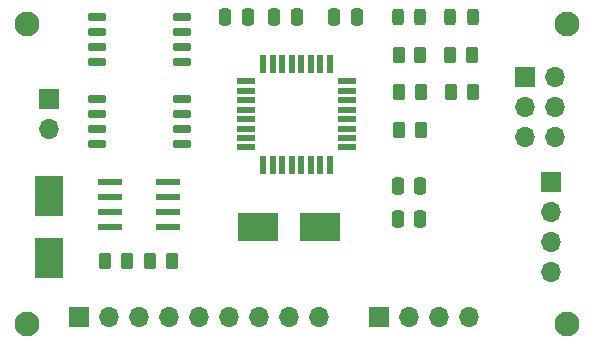
<source format=gts>
%TF.GenerationSoftware,KiCad,Pcbnew,(6.0.6)*%
%TF.CreationDate,2022-11-25T13:48:06+01:00*%
%TF.ProjectId,MCU DataLogger,4d435520-4461-4746-914c-6f676765722e,1*%
%TF.SameCoordinates,Original*%
%TF.FileFunction,Soldermask,Top*%
%TF.FilePolarity,Negative*%
%FSLAX46Y46*%
G04 Gerber Fmt 4.6, Leading zero omitted, Abs format (unit mm)*
G04 Created by KiCad (PCBNEW (6.0.6)) date 2022-11-25 13:48:06*
%MOMM*%
%LPD*%
G01*
G04 APERTURE LIST*
G04 Aperture macros list*
%AMRoundRect*
0 Rectangle with rounded corners*
0 $1 Rounding radius*
0 $2 $3 $4 $5 $6 $7 $8 $9 X,Y pos of 4 corners*
0 Add a 4 corners polygon primitive as box body*
4,1,4,$2,$3,$4,$5,$6,$7,$8,$9,$2,$3,0*
0 Add four circle primitives for the rounded corners*
1,1,$1+$1,$2,$3*
1,1,$1+$1,$4,$5*
1,1,$1+$1,$6,$7*
1,1,$1+$1,$8,$9*
0 Add four rect primitives between the rounded corners*
20,1,$1+$1,$2,$3,$4,$5,0*
20,1,$1+$1,$4,$5,$6,$7,0*
20,1,$1+$1,$6,$7,$8,$9,0*
20,1,$1+$1,$8,$9,$2,$3,0*%
G04 Aperture macros list end*
%ADD10RoundRect,0.250000X-0.250000X-0.475000X0.250000X-0.475000X0.250000X0.475000X-0.250000X0.475000X0*%
%ADD11R,1.700000X1.700000*%
%ADD12O,1.700000X1.700000*%
%ADD13C,2.100000*%
%ADD14RoundRect,0.250000X0.250000X0.475000X-0.250000X0.475000X-0.250000X-0.475000X0.250000X-0.475000X0*%
%ADD15R,3.500000X2.400000*%
%ADD16RoundRect,0.243750X-0.243750X-0.456250X0.243750X-0.456250X0.243750X0.456250X-0.243750X0.456250X0*%
%ADD17RoundRect,0.250000X-0.262500X-0.450000X0.262500X-0.450000X0.262500X0.450000X-0.262500X0.450000X0*%
%ADD18RoundRect,0.250000X0.262500X0.450000X-0.262500X0.450000X-0.262500X-0.450000X0.262500X-0.450000X0*%
%ADD19R,2.400000X3.500000*%
%ADD20RoundRect,0.150000X-0.650000X-0.150000X0.650000X-0.150000X0.650000X0.150000X-0.650000X0.150000X0*%
%ADD21R,1.500000X0.550000*%
%ADD22R,0.550000X1.500000*%
%ADD23RoundRect,0.041300X-0.943700X-0.253700X0.943700X-0.253700X0.943700X0.253700X-0.943700X0.253700X0*%
G04 APERTURE END LIST*
D10*
%TO.C,C1*%
X57470000Y-85725000D03*
X59370000Y-85725000D03*
%TD*%
D11*
%TO.C,BT1*%
X42545000Y-92710000D03*
D12*
X42545000Y-95250000D03*
%TD*%
D13*
%TO.C,H4*%
X86360000Y-111760000D03*
%TD*%
D14*
%TO.C,C2*%
X73962500Y-100076000D03*
X72062500Y-100076000D03*
%TD*%
D15*
%TO.C,Y2*%
X65465000Y-103505000D03*
X60265000Y-103505000D03*
%TD*%
D16*
%TO.C,D2*%
X72057500Y-85760000D03*
X73932500Y-85760000D03*
%TD*%
D13*
%TO.C,H2*%
X40640000Y-111760000D03*
%TD*%
D17*
%TO.C,R3*%
X47298600Y-106375200D03*
X49123600Y-106375200D03*
%TD*%
D18*
%TO.C,R1*%
X74005000Y-95285000D03*
X72180000Y-95285000D03*
%TD*%
D10*
%TO.C,C5*%
X66680000Y-85725000D03*
X68580000Y-85725000D03*
%TD*%
D19*
%TO.C,Y1*%
X42545000Y-106105000D03*
X42545000Y-100905000D03*
%TD*%
D17*
%TO.C,R7*%
X72137500Y-88935000D03*
X73962500Y-88935000D03*
%TD*%
D20*
%TO.C,U2*%
X46565000Y-85725000D03*
X46565000Y-86995000D03*
X46565000Y-88265000D03*
X46565000Y-89535000D03*
X53765000Y-89535000D03*
X53765000Y-88265000D03*
X53765000Y-86995000D03*
X53765000Y-85725000D03*
%TD*%
D11*
%TO.C,J3*%
X45085000Y-111125000D03*
D12*
X47625000Y-111125000D03*
X50165000Y-111125000D03*
X52705000Y-111125000D03*
X55245000Y-111125000D03*
X57785000Y-111125000D03*
X60325000Y-111125000D03*
X62865000Y-111125000D03*
X65405000Y-111125000D03*
%TD*%
D21*
%TO.C,U4*%
X59200000Y-91180000D03*
X59200000Y-91980000D03*
X59200000Y-92780000D03*
X59200000Y-93580000D03*
X59200000Y-94380000D03*
X59200000Y-95180000D03*
X59200000Y-95980000D03*
X59200000Y-96780000D03*
D22*
X60700000Y-98280000D03*
X61500000Y-98280000D03*
X62300000Y-98280000D03*
X63100000Y-98280000D03*
X63900000Y-98280000D03*
X64700000Y-98280000D03*
X65500000Y-98280000D03*
X66300000Y-98280000D03*
D21*
X67800000Y-96780000D03*
X67800000Y-95980000D03*
X67800000Y-95180000D03*
X67800000Y-94380000D03*
X67800000Y-93580000D03*
X67800000Y-92780000D03*
X67800000Y-91980000D03*
X67800000Y-91180000D03*
D22*
X66300000Y-89680000D03*
X65500000Y-89680000D03*
X64700000Y-89680000D03*
X63900000Y-89680000D03*
X63100000Y-89680000D03*
X62300000Y-89680000D03*
X61500000Y-89680000D03*
X60700000Y-89680000D03*
%TD*%
D11*
%TO.C,J2*%
X70495000Y-111125000D03*
D12*
X73035000Y-111125000D03*
X75575000Y-111125000D03*
X78115000Y-111125000D03*
%TD*%
D13*
%TO.C,H3*%
X86360000Y-86360000D03*
%TD*%
D20*
%TO.C,U1*%
X53765000Y-92710000D03*
X53765000Y-93980000D03*
X53765000Y-95250000D03*
X53765000Y-96520000D03*
X46565000Y-96520000D03*
X46565000Y-95250000D03*
X46565000Y-93980000D03*
X46565000Y-92710000D03*
%TD*%
D13*
%TO.C,H1*%
X40640000Y-86360000D03*
%TD*%
D16*
%TO.C,D1*%
X76532500Y-85760000D03*
X78407500Y-85760000D03*
%TD*%
D10*
%TO.C,C3*%
X61600000Y-85725000D03*
X63500000Y-85725000D03*
%TD*%
D12*
%TO.C,J4*%
X85344000Y-95900000D03*
X82804000Y-95900000D03*
X85344000Y-93360000D03*
X82804000Y-93360000D03*
X85344000Y-90820000D03*
D11*
X82804000Y-90820000D03*
%TD*%
D18*
%TO.C,R2*%
X74005000Y-92110000D03*
X72180000Y-92110000D03*
%TD*%
D23*
%TO.C,U3*%
X47690000Y-99695000D03*
X47690000Y-100965000D03*
X47690000Y-102235000D03*
X47690000Y-103505000D03*
X52640000Y-103505000D03*
X52640000Y-102235000D03*
X52640000Y-100965000D03*
X52640000Y-99695000D03*
%TD*%
D14*
%TO.C,C4*%
X73975000Y-102806000D03*
X72075000Y-102806000D03*
%TD*%
D11*
%TO.C,J1*%
X85085000Y-99710000D03*
D12*
X85085000Y-102250000D03*
X85085000Y-104790000D03*
X85085000Y-107330000D03*
%TD*%
D17*
%TO.C,R6*%
X76582500Y-92110000D03*
X78407500Y-92110000D03*
%TD*%
D18*
%TO.C,R4*%
X52959000Y-106375200D03*
X51134000Y-106375200D03*
%TD*%
%TO.C,R5*%
X78327500Y-88935000D03*
X76502500Y-88935000D03*
%TD*%
M02*

</source>
